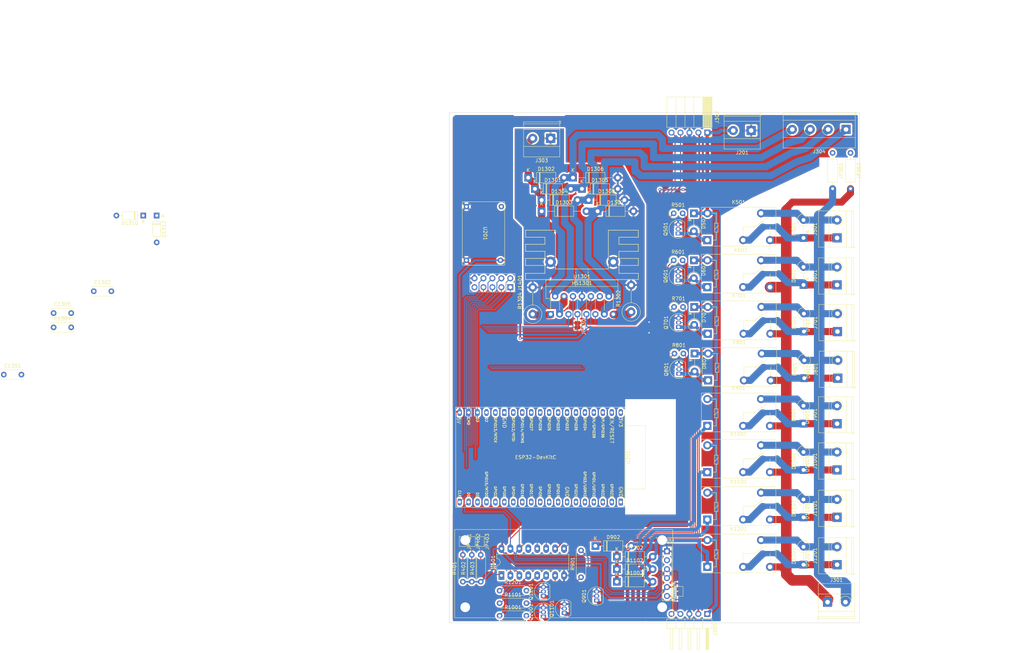
<source format=kicad_pcb>
(kicad_pcb (version 20211014) (generator pcbnew)

  (general
    (thickness 1.6)
  )

  (paper "A3" portrait)
  (layers
    (0 "F.Cu" signal)
    (31 "B.Cu" signal)
    (32 "B.Adhes" user "B.Adhesive")
    (33 "F.Adhes" user "F.Adhesive")
    (34 "B.Paste" user)
    (35 "F.Paste" user)
    (36 "B.SilkS" user "B.Silkscreen")
    (37 "F.SilkS" user "F.Silkscreen")
    (38 "B.Mask" user)
    (39 "F.Mask" user)
    (40 "Dwgs.User" user "User.Drawings")
    (41 "Cmts.User" user "User.Comments")
    (42 "Eco1.User" user "User.Eco1")
    (43 "Eco2.User" user "User.Eco2")
    (44 "Edge.Cuts" user)
    (45 "Margin" user)
    (46 "B.CrtYd" user "B.Courtyard")
    (47 "F.CrtYd" user "F.Courtyard")
    (48 "B.Fab" user)
    (49 "F.Fab" user)
    (50 "User.1" user "Nutzer.1")
    (51 "User.2" user "Nutzer.2")
    (52 "User.3" user "Nutzer.3")
    (53 "User.4" user "Nutzer.4")
    (54 "User.5" user "Nutzer.5")
    (55 "User.6" user "Nutzer.6")
    (56 "User.7" user "Nutzer.7")
    (57 "User.8" user "Nutzer.8")
    (58 "User.9" user "Nutzer.9")
  )

  (setup
    (stackup
      (layer "F.SilkS" (type "Top Silk Screen"))
      (layer "F.Paste" (type "Top Solder Paste"))
      (layer "F.Mask" (type "Top Solder Mask") (thickness 0.01))
      (layer "F.Cu" (type "copper") (thickness 0.035))
      (layer "dielectric 1" (type "core") (thickness 1.51) (material "FR4") (epsilon_r 4.5) (loss_tangent 0.02))
      (layer "B.Cu" (type "copper") (thickness 0.035))
      (layer "B.Mask" (type "Bottom Solder Mask") (thickness 0.01))
      (layer "B.Paste" (type "Bottom Solder Paste"))
      (layer "B.SilkS" (type "Bottom Silk Screen"))
      (copper_finish "None")
      (dielectric_constraints no)
    )
    (pad_to_mask_clearance 0)
    (pcbplotparams
      (layerselection 0x003ffff_ffffffff)
      (disableapertmacros false)
      (usegerberextensions false)
      (usegerberattributes true)
      (usegerberadvancedattributes true)
      (creategerberjobfile true)
      (svguseinch false)
      (svgprecision 6)
      (excludeedgelayer true)
      (plotframeref true)
      (viasonmask false)
      (mode 1)
      (useauxorigin false)
      (hpglpennumber 1)
      (hpglpenspeed 20)
      (hpglpendiameter 15.000000)
      (dxfpolygonmode true)
      (dxfimperialunits true)
      (dxfusepcbnewfont true)
      (psnegative false)
      (psa4output false)
      (plotreference true)
      (plotvalue true)
      (plotinvisibletext false)
      (sketchpadsonfab false)
      (subtractmaskfromsilk false)
      (outputformat 4)
      (mirror false)
      (drillshape 2)
      (scaleselection 1)
      (outputdirectory "Ausgaben/")
    )
  )

  (net 0 "")
  (net 1 "+12V")
  (net 2 "/Digital/Relais Ansteuerung/A")
  (net 3 "/Digital/Motortreiber/1Mess")
  (net 4 "/Digital/Relais Ansteuerung/B")
  (net 5 "Net-(Q501-Pad2)")
  (net 6 "GND")
  (net 7 "Net-(Q601-Pad2)")
  (net 8 "Net-(Q701-Pad2)")
  (net 9 "Net-(Q801-Pad2)")
  (net 10 "Net-(Q901-Pad2)")
  (net 11 "Net-(Q1001-Pad2)")
  (net 12 "Net-(Q1101-Pad2)")
  (net 13 "Net-(Q1201-Pad2)")
  (net 14 "/Digital/Motortreiber/2Mess")
  (net 15 "unconnected-(U401-Pad13)")
  (net 16 "/Digital/Relais Ansteuerung/Relais0/On")
  (net 17 "/Digital/Relais Ansteuerung/Relais1/On")
  (net 18 "/Digital/Relais Ansteuerung/Relais2/On")
  (net 19 "/Digital/Relais Ansteuerung/Relais3/On")
  (net 20 "/Digital/Relais Ansteuerung/Relais4/On")
  (net 21 "/Digital/Relais Ansteuerung/Relais5/On")
  (net 22 "/Digital/Relais Ansteuerung/Relais6/On")
  (net 23 "/Digital/Relais Ansteuerung/Relais7/On")
  (net 24 "/Digital/Lan/SCK")
  (net 25 "+3V3")
  (net 26 "unconnected-(U301-Pad2)")
  (net 27 "unconnected-(U301-Pad3)")
  (net 28 "unconnected-(U301-Pad4)")
  (net 29 "unconnected-(U301-Pad5)")
  (net 30 "unconnected-(U301-Pad6)")
  (net 31 "unconnected-(U301-Pad7)")
  (net 32 "unconnected-(U301-Pad8)")
  (net 33 "unconnected-(U301-Pad9)")
  (net 34 "unconnected-(U301-Pad10)")
  (net 35 "unconnected-(U301-Pad11)")
  (net 36 "/Digital/Lan/So")
  (net 37 "/Digital/Lan/Si")
  (net 38 "unconnected-(U301-Pad14)")
  (net 39 "/Digital/PCA9635 Servo/OE")
  (net 40 "unconnected-(U301-Pad16)")
  (net 41 "unconnected-(U301-Pad17)")
  (net 42 "unconnected-(U301-Pad18)")
  (net 43 "/Digital/SCL")
  (net 44 "Net-(J1301-Pad6)")
  (net 45 "unconnected-(U301-Pad22)")
  (net 46 "unconnected-(U301-Pad23)")
  (net 47 "unconnected-(U301-Pad24)")
  (net 48 "unconnected-(U301-Pad25)")
  (net 49 "/Digital/Lan/Cs")
  (net 50 "unconnected-(U301-Pad27)")
  (net 51 "unconnected-(U301-Pad28)")
  (net 52 "/Digital/Lan/CLK")
  (net 53 "unconnected-(U301-Pad30)")
  (net 54 "unconnected-(U301-Pad31)")
  (net 55 "unconnected-(U301-Pad32)")
  (net 56 "unconnected-(U301-Pad33)")
  (net 57 "unconnected-(U301-Pad34)")
  (net 58 "unconnected-(U301-Pad35)")
  (net 59 "unconnected-(U301-Pad36)")
  (net 60 "unconnected-(U301-Pad37)")
  (net 61 "unconnected-(U301-Pad38)")
  (net 62 "/Digital/Lan/Wol")
  (net 63 "/Digital/Relais Ansteuerung/Relais0/AB")
  (net 64 "/Digital/Relais Ansteuerung/Relais1/AB")
  (net 65 "/Digital/Relais Ansteuerung/Relais2/AB")
  (net 66 "/Digital/Relais Ansteuerung/Relais3/AB")
  (net 67 "/Digital/Relais Ansteuerung/Relais4/AB")
  (net 68 "/Digital/Relais Ansteuerung/Relais5/AB")
  (net 69 "/Digital/Relais Ansteuerung/Relais6/AB")
  (net 70 "/Digital/Relais Ansteuerung/Relais7/AB")
  (net 71 "/Digital/Relais Ansteuerung/Relais0/mitte")
  (net 72 "/Digital/Relais Ansteuerung/Relais1/mitte")
  (net 73 "/Digital/Relais Ansteuerung/Relais2/mitte")
  (net 74 "/Digital/Relais Ansteuerung/Relais3/mitte")
  (net 75 "/Digital/Relais Ansteuerung/Relais4/mitte")
  (net 76 "/Digital/Relais Ansteuerung/Relais5/mitte")
  (net 77 "/Digital/Relais Ansteuerung/Relais6/mitte")
  (net 78 "/Digital/Relais Ansteuerung/Relais7/mitte")
  (net 79 "/Digital/Motortreiber/M2B")
  (net 80 "/Digital/Motortreiber/M2A")
  (net 81 "/Digital/Motortreiber/M1B")
  (net 82 "/Digital/Motortreiber/M1A")
  (net 83 "/Digital/Motortreiber/1m")
  (net 84 "/Digital/Motortreiber/1A")
  (net 85 "/Digital/Motortreiber/1Enable")
  (net 86 "/Digital/Motortreiber/1B")
  (net 87 "+5V")
  (net 88 "/Digital/Motortreiber/2A")
  (net 89 "/Digital/Motortreiber/2Enable")
  (net 90 "/Digital/Motortreiber/2B")
  (net 91 "/Digital/Motortreiber/2m")
  (net 92 "/Digital/Motortreiber/GNDPWR")
  (net 93 "/Digital/Motortreiber/VS")
  (net 94 "Net-(JP401-Pad2)")
  (net 95 "Net-(JP402-Pad2)")
  (net 96 "Net-(JP403-Pad2)")
  (net 97 "/Digital/Lan/Reset")
  (net 98 "/Digital/SDA")
  (net 99 "/Digital/Lan/Int")

  (footprint "Package_TO_SOT_THT:TO-92_Inline" (layer "F.Cu") (at 104.648 341.122 90))

  (footprint "Diode_THT:D_DO-41_SOD81_P5.08mm_Vertical_KathodeUp" (layer "F.Cu") (at 178.541408 260.243591 90))

  (footprint "Diode_THT:D_DO-41_SOD81_P5.08mm_Vertical_KathodeUp" (layer "F.Cu") (at 147.32 226.695 -90))

  (footprint "Diode_THT:D_DO-41_SOD81_P10.16mm_Horizontal" (layer "F.Cu") (at 125.476 327.66))

  (footprint "Diode_THT:D_DO-41_SOD81_P5.08mm_Vertical_KathodeUp" (layer "F.Cu") (at 178.43 312.948591 90))

  (footprint "Resistor_THT:R_Axial_DIN0207_L6.3mm_D2.5mm_P10.16mm_Horizontal" (layer "F.Cu") (at 186.69 209.55 -90))

  (footprint "Relay_THT:Relay_SPDT_Omron-G5Q-1" (layer "F.Cu") (at 151.251408 260.868591))

  (footprint "Resistor_THT:R_Axial_DIN0207_L6.3mm_D2.5mm_P7.62mm_Horizontal" (layer "F.Cu") (at 92.202 340.868))

  (footprint "Package_TO_SOT_THT:TO-92_Inline" (layer "F.Cu") (at 119.74 336.55 90))

  (footprint "Resistor_THT:R_Axial_DIN0207_L6.3mm_D2.5mm_P2.54mm_Vertical" (layer "F.Cu") (at 141.711408 253.258591))

  (footprint "Diode_THT:D_DO-35_SOD27_P7.62mm_Horizontal" (layer "F.Cu") (at -5.08 227.33 -90))

  (footprint "eigene Modelle:Adafruit PCA9685" (layer "F.Cu") (at 139.7 322.58))

  (footprint "Package_TO_SOT_THT:TO-92_Inline" (layer "F.Cu") (at 143.087817 272.202183 90))

  (footprint "Resistor_THT:R_Axial_DIN0207_L6.3mm_D2.5mm_P2.54mm_Vertical" (layer "F.Cu") (at 141.817817 266.487183))

  (footprint "Capacitor_THT:C_Disc_D6.0mm_W2.5mm_P5.00mm" (layer "F.Cu") (at -48.46 272.455))

  (footprint "Resistor_THT:R_Axial_DIN0516_L15.5mm_D5.0mm_P7.62mm_Vertical" (layer "F.Cu") (at 101.6 255.317925 90))

  (footprint "Diode_THT:D_DO-41_SOD81_P12.70mm_Horizontal" (layer "F.Cu") (at 113.03 216.582925))

  (footprint "Resistor_THT:R_Axial_DIN0207_L6.3mm_D2.5mm_P7.62mm_Horizontal" (layer "F.Cu") (at 81.788 331.216 90))

  (footprint "Jumper:SolderJumper-2_P1.3mm_Open_TrianglePad1.0x1.5mm" (layer "F.Cu") (at 86.868 319.823 -90))

  (footprint "Diode_THT:D_DO-41_SOD81_P10.16mm_Horizontal" (layer "F.Cu") (at 120.015 226.107925))

  (footprint "Diode_THT:D_DO-41_SOD81_P12.70mm_Horizontal" (layer "F.Cu") (at 104.14 226.107925))

  (footprint "Relay_THT:Relay_SPDT_Omron-G5Q-1" (layer "F.Cu") (at 151.357817 274.097183))

  (footprint "Diode_THT:D_DO-41_SOD81_P10.16mm_Horizontal" (layer "F.Cu") (at 115.57 219.757925))

  (footprint "Resistor_THT:R_Axial_DIN0516_L15.5mm_D5.0mm_P7.62mm_Vertical" (layer "F.Cu") (at 129.54 254.682925 90))

  (footprint "TerminalBlock_Phoenix:TerminalBlock_Phoenix_MKDS-1,5-2-5.08_1x02_P5.08mm_Horizontal" (layer "F.Cu") (at 106.685 205.435 180))

  (footprint "Diode_THT:D_DO-41_SOD81_P5.08mm_Vertical_KathodeUp" (layer "F.Cu") (at 178.435 233.68 90))

  (footprint "Jumper:SolderJumper-2_P1.3mm_Open_TrianglePad1.0x1.5mm" (layer "F.Cu") (at 84.328 319.823 -90))

  (footprint "TerminalBlock_Phoenix:TerminalBlock_Phoenix_MKDS-1,5-2-5.08_1x02_P5.08mm_Horizontal" (layer "F.Cu") (at 187.96 286.385 90))

  (footprint "TerminalBlock_Phoenix:TerminalBlock_Phoenix_MKDS-1,5-2-5.08_1x02_P5.08mm_Horizontal" (layer "F.Cu") (at 187.96 326.39 90))

  (footprint "Package_TO_SOT_THT:TO-92_Inline" (layer "F.Cu") (at 104.648 335.28 90))

  (footprint "Diode_THT:D_DO-41_SOD81_P5.08mm_Vertical_KathodeUp" (layer "F.Cu") (at 178.435 326.39 90))

  (footprint "TerminalBlock_Phoenix:TerminalBlock_Phoenix_MKDS-1,5-2-5.08_1x02_P5.08mm_Horizontal" (layer "F.Cu") (at 187.955 299.507183 90))

  (footprint "Resistor_THT:R_Axial_DIN0207_L6.3mm_D2.5mm_P2.54mm_Vertical" (layer "F.Cu") (at 141.605 226.695))

  (footprint "Capacitor_THT:C_Disc_D6.0mm_W2.5mm_P5.00mm" (layer "F.Cu") (at -22.94 248.805))

  (footprint "Jumper:SolderJumper-2_P1.3mm_Bridged2Bar_Pad1.0x1.5mm" (layer "F.Cu") (at 114.3 258.43 -90))

  (footprint "Diode_THT:D_DO-41_SOD81_P5.08mm_Vertical_KathodeUp" (layer "F.Cu") (at 178.647817 273.472183 90))

  (footprint "Relay_THT:Relay_SPDT_Omron-G5Q-1" (layer "F.Cu") (at 151.14 300.132183))

  (footprint "TerminalBlock_Phoenix:TerminalBlock_Phoenix_MKDS-1,5-2-5.08_1x02_P5.08mm_Horizontal" (layer "F.Cu") (at 187.955 312.948591 90))

  (footprint "Diode_THT:D_DO-41_SOD81_P5.08mm_Vertical_KathodeUp" (layer "F.Cu") (at 178.435 247.015 90))

  (footprint "TerminalBlock_Phoenix:TerminalBlock_Phoenix_MKDS-1,5-2-5.08_1x02_P5.08mm_Horizontal" (layer "F.Cu") (at 185.255 337.005))

  (footprint "Jumper:SolderJumper-2_P1.3mm_Open_TrianglePad1.0x1.5mm" (layer "F.Cu") (at 143.256 333.973 90))

  (footprint "TerminalBlock_Phoenix:TerminalBlock_Phoenix_MKDS-1,5-2-5.08_1x02_P5.08mm_Horizontal" (layer "F.Cu") (at 187.96 247.015 90))

  (footprint "TerminalBlock_Phoenix:TerminalBlock_Phoenix_MKDS-1,5-2-5.08_1x02_P5.08mm_Horizontal" (layer "F.Cu") (at 187.96 233.68 90))

  (footprint "Relay_THT:Relay_SPDT_Omron-G5Q-1" (layer "F.Cu")
    (tedit 5AE38B61) (tstamp 80fca733-c168-40f8-aa3e-ef2af39e44ae)
    (at 151.145 287.01)
    (descr "Relay SPDT Omron Serie G5Q, http://omronfs.omron.com/en_US/ecb/products/pdf/en-g5q.pdf")
    (tags "Relay SPDT Omron Serie G5Q")
    (property "Sheetfile" "Relais.kicad_sch")
    (property "Sheetname" "Relais4")
    (path "/c7d0284b-26f3-46a0-a20a-63616420e27a/e5b83e64-c70c-4e3c-91cb-1e480aa92410/6e0b3374-cc40-48d8-8204-7a6599bd6a9c/072f3060-c1a0-42b8-ae47-a3aff17bbc44")
    (attr through_hole)
    (fp_text reference "K901" (at 8.89 -10.785 180) (layer "F.SilkS")
      (effects (font (size 1 1) (thickness 0.15)))
      (tstamp 68c20978-7335-4b7d-829a-9f946fa82c0a)
    )
    (fp_text value "G5Q-1" (at 6.335 -5.705 180) (layer "F.Fab")
      (effects (font (size 1 1) (thickness 0.15)))
      (tstamp 0e5f6f67-3b60-4df4-8b2c-4b53fae774ad)
    )
    (fp_text user "${REFERENCE}" (at 8.89 -3.81) (layer "F.Fab")
      (effects (font (size 1 1) (thickness 0.15)))
      (tstamp 43e472fb-f388-43ab-bfa8-872f640b99f1)
    )
    (fp_line (start 1.27 0) (end 2.54 0) (layer "F.SilkS") (width 0.12) (tstamp 001832cd-02e2-4ae1-8c5a-870988487586))
    (fp_line (start 2.03 -2.29) (end 2.03 -4.83) (layer "F.SilkS") (width 0.12) (tstamp 0520f108-880d-4bdc-8fc0-e01e0f32b54c))
    (fp_line (start 2.54 -4.83) (end 2.54 -7.62) (layer "F.SilkS") (width 0.12) (tstamp 254558bc-231b-47f0-9190-ed3f2c8c810d))
    (fp_line (start -1.68 -9.31) (end 19.46 -9.31) (layer "F.SilkS") (width 0.12) (tstamp 2dca4626-d6fa-4d2e-a419-ef601c28b470))
    (fp_line (start 10.16 -1.27) (end 10.16 -3.81) (layer "F.SilkS") (width 0.12) (tstamp 37d926a8-8045-4b9d-af26-7910250b9a51))
    (fp_line (start 17.78 -1.27) (end 17.78 -3.81) (layer "F.SilkS") (width 0.12) (tstamp 3d78aabf-5ac1-486d-9eed-c3085e020118))
    (fp_line (start 10.16 -3.81) (end 13.335 -3.81) (layer "F.SilkS") (width 0.12) (tstamp 48717641-757a-479f-899a-cdeb8a4c3a7e))
    (fp_line (start 3.05 -2.29) (end 2.54 -2.29) (layer "F.SilkS") (width 0.12) (tstamp 4bc2d6e3-81e4-4043-821a-9290c5ff7a5d))
    (fp_line (start 19.46 1.69) (end 19.46 -9.31) (layer "F.SilkS") (width 0.12) (tstamp 50b87bf0-3fe8-44af-9fb3-c801749a6cd1))
    (fp_line (start 2.54 -2.29) (end 2.03 -2.29) (layer "F.SilkS") (width 0.12) (tstamp 57c298fa-acc6-450b-9829-e70706292824))
    (fp_line (start 2.54 -4.83) (end 3.05 -4.83) (layer "F.SilkS") (width 0.12) (tstamp 683f0edb-9d08-416a-a32b-8a2f2182657b))
    (fp_line (start 2.54 -7.62) (end 1.27 -7.62) (layer "F.SilkS") (width 0.12) (tstamp 6c417f33-c81f-4c85-a17f-989b766041a9))
    (fp_line (start 2.54 0) (end 2.54 -2.29) (layer "F.SilkS") (width 0.12) (tstamp adf50910-bf9b-4217-b291-95099e30e958))
    (fp_line (start 2.03 -4.83) (end 2.54 -4.83) (layer "F.SilkS") (width 0.12) (tstamp c537111b-b265-40a8-a696-906b8a2323f8))
    (fp_line (start 15.24 -6.35) (end 15.24 -5.08) (layer "F.SilkS") (width 0.12) (tstamp df72d8fe-3fb3-4d69-bb3c-2bcdb1582b6f))
    (fp_line (start -1.68 1.69) (end 19.46 1.69) (layer "F.SilkS") (width 0.12) (tstamp e5cac89a-5801-4af5-975d-4d0402cd61d7))
    (fp_line (start 13.335 -3.81) (end 17.145 -6.35) (layer "F.SilkS") (width 0.12) (tstamp e6c752da-006f-4822-8f97-5a4738894557))
    (fp_line (start -1.68 1.69) (end -1.68 -9.31) (layer "F.SilkS") (width 0.12) (tstamp ed1221ba-623f-4e94-98d1-3000666d3461))
    (fp_line (start 2.03 -3.05) (end 3.05 -4.06) (layer "F.SilkS") (width 0.12) (tstamp ede08938-0794-4dca-ac79-097ec7e89401))
    (fp_line (start 3.05 -4.83) (end 3.05 -2.29) (layer "F.SilkS") (width 0.12) (tstamp ee5ae26f-9927-41c4-8e47-46a944c12be7))
    (fp_circle (center 13.335 -3.81) (end 13.462 -3.81) (layer "F.SilkS") (width 0.12) (fill none) (tstamp 36e9c5f3-6098-4755-af9e-a37455ecd4b8))
    (fp_line (start 19.7 -9.55) (end 19.7 1.95) (layer "F.CrtYd") (width 0.05) (tstamp 24523058-867a-45b5-b258-73322eda57b7))
    (fp_line (start 19.7 1.95) (end -1.95 1.95) (layer "F.CrtYd") (width 0.05) (tstamp 864742c6-e578-4e58-ac11-beabb2f9919a))
    (fp_line (start -1.95 1.95) (end -1.95 -9.55) (layer "F.CrtYd") (width 0.05) (tstamp 8c5dde7a-04e9-4fa3-b8f4-5614470da5f4))
    (fp_line (start -1.95 -9.55) (end 19.7 -9.55) (layer "F.CrtYd") (width 0.05) (tstamp c340d5ea-f712-4425-a5e8-382fef06fb75))
    (fp_line (start -1.18 1.19) (end -1.18 -8.81) (layer "F.Fab") (width 0.1) (tstamp 0b5c5f9f-e2f8-48dc-8e26-011046b41b79))
    (fp_line (start 18.96 1.19) (end -1.18 1.19) (layer "F.Fab") (width 0.1) (tstamp 3dcebe0b-0359-460d-a048-cfe118752368))
    (fp_line (start 0 -1) (end 0 -6.5) (layer "F.Fab") (width 0.1) (tstamp 5b66684c-24e9-43b3-b020-e4d8ab6e8c39))
    (fp_line (start 18.96 -8.81) (end 18.96 1.19) (layer "F.Fab") (width 0.1) (tstamp 5f93295f-9feb-4d99-aef4-1aeacf35390c))
    (fp_line (start -1.18 -8.81) (end 18.96 -8.81) (layer "F.Fab") (width 0.1) (tstamp 7cc5bd1b-47e3-4193-b8a4-ff2a5e75f1c2))
    (pad "1" thru_hole rect (at 0 0 180) (size 2.3 2.3) (drill 1.3) (layers *.Cu *.Mask)
      (net 75 "/Digital/Relais Ansteuerung/Relais4/mitte") (pintype "passive") (tstamp 5341572f-8b89-4e6f-90bb-52a49ae8d993))
    (pad "2" thru_hole circle (at 10.16 0 180) (size 2.3 2.3) (drill 1.3) (layers *.Cu *.Mask)
      (net 67 "/Digital/Relais Ansteuerung/Relais4/AB") (pintype "passive") (tstamp b5d2fa5b-d0f1-461d-becd-94cfa6973d69))
    (pad "3" thru_hole circle (at 17.78 0 180) (size 2.3 2.3) (drill 1.3) (layers *.Cu *.Mask)
      (net 4 "/Digital/Relais Ansteuerung/B") (pintype "passive") (tstamp 46633282-0359-49ca-8a17-3d0d39ec0cf4))
    (pad "4" thru_hole circle (at 15.24 -7.62 180) (size 2.3 2.3) (drill 1.3) (layers *.Cu *.Mask)
      (net 2 "/Digital/Relais Ansteuerung/A") (pintype "passive") (tstamp 42c33d45-a721-4f58-a5e5-eda687832236))
    (pad "5" thru_hole circle (at 0 -7.62 180) (size 2.3 2.3) (drill 1.3) (layers *.Cu *.Mask)
      (net 1 "+12V") (pintype "passive") (tstamp 5ab0daf3-0bc8-47b6-b3e9-02092b1cf4d7))
    (model "${KICAD6_3DMODEL_DIR}/Relay_THT.3dshapes/Relay_SPDT_Omron-G5Q-1.wr
... [1532507 chars truncated]
</source>
